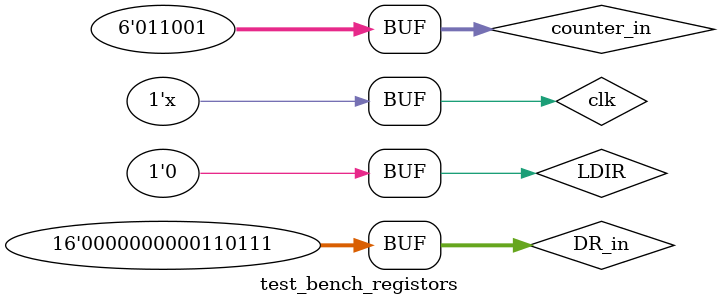
<source format=v>
`timescale 1ns/1ns

module test_bench_registors();
    reg [15:0] DR_in;
    reg [15:0] c_bus_in;
    reg [15:0] ram_in;
    reg [5:0] counter_in;
    reg clk;
    reg LDIR;
    reg WE;
    reg read;
    reg inc;
    wire [5:0] IR_data_out;
    wire [15:0] data_out;

    parameter check_reg = 0; // 0 - IR, 1 - DR, 2 - REG, 3 - REG_INC

    if(check_reg == 0)          ins_registor IR(.DR_in(DR_in), .counter_in(counter_in), .clk(clk), .LDIR(LDIR), .data_out(IR_data_out));
    else if(check_reg == 1)     data_registor DR(.c_bus_in(c_bus_in), .ram_in(ram_in), .clk(clk), .WE(WE), .read(read), .data_out(data_out));
    else if(check_reg == 2)     registor_no_inc REG(.c_bus_in(c_bus_in), .clk(clk), .WE(WE), .data_out(data_out));
    else if(check_reg == 3)     registor_with_inc REG_INC(.c_bus_in(c_bus_in), .clk(clk), .WE(WE), .data_out(data_out), .inc(inc));
    
    always #25 clk=~clk;

    initial begin

	    clk = 1;

        if(check_reg == 0) begin
            DR_in = 16'd55;
            counter_in = 6'd25;

            // Test 1
            LDIR = 1;
            #5;
	    
            if(IR_data_out == DR_in[5:0])   $display("Passed Test 1");
            else                            $display("Failed Test 1");
            #45;

            // Test 2
            LDIR = 0;
            #5;
            if(IR_data_out == counter_in)   $display("Passed Test 2");
            else                            $display("Failed Test 2");
            #45;

        end

        else if(check_reg == 1) begin
            c_bus_in = 16'd264;
            ram_in = 16'd546;
            WE = 1;

            // Test 3
            read = 1;
            #5;
            if(data_out == ram_in)          $display("Passed Test 3");
            else                            $display("Failed Test 3");
            #45;   

            // Test 4
            read = 0;
            #5;
            if(data_out == c_bus_in)        $display("Passed Test 4");
            else                            $display("Failed Test 4");  
            #45; 

        end

        else if(check_reg == 2) begin
            WE = 1;
            c_bus_in = 16'd155;
            
            // Test 5
            #5;
            if(data_out == c_bus_in)        $display("Passed Test 5");
            else                            $display("Failed Test 5");  
            #45;             
        end
        else begin
            WE = 1;
            c_bus_in = 16'd463;
            
            // Test 6
            inc = 0;
            #5;
            if(data_out == c_bus_in)        $display("Passed Test 6");
            else                            $display("Failed Test 6");  
            #45;

            // Test 7
            inc = 1;
            #5;
            if(data_out == c_bus_in + 1)    $display("Passed Test 7");
            else                            $display("Failed Test 7");  
            #45;
        end
    end

endmodule
</source>
